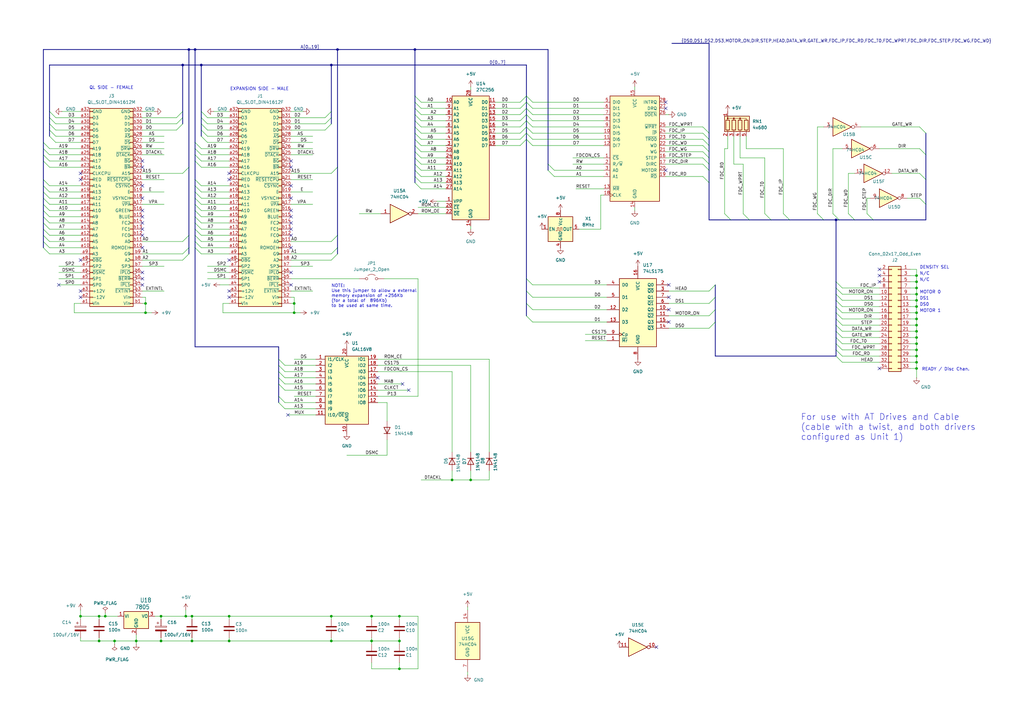
<source format=kicad_sch>
(kicad_sch (version 20231120) (generator "eeschema") (generator_version "8.0")
  (paper "A3")
  (title_block (title "Mini Trump Card 3") (date "2025-02-11") (rev "2.1") (company "by Alvaro Alea Fdz.") (comment 1 "Disk Interface for Sinclair QL"))
  (junction (at 59.69 128.27))
  (junction (at 138.43 20.32))
  (junction (at 375.92 133.35))
  (junction (at 66.04 252.73))
  (junction (at 375.92 128.27))
  (junction (at 120.65 124.46))
  (junction (at 74.93 26.67))
  (junction (at 375.92 125.73))
  (junction (at 375.92 151.13))
  (junction (at 375.92 148.59))
  (junction (at 33.02 252.73))
  (junction (at 375.92 130.81))
  (junction (at 375.92 146.05))
  (junction (at 40.64 262.89))
  (junction (at 152.4 262.89))
  (junction (at 40.64 252.73))
  (junction (at 55.88 262.89))
  (junction (at 43.18 252.73))
  (junction (at 185.42 196.85))
  (junction (at 78.74 252.73))
  (junction (at 46.99 262.89))
  (junction (at 163.83 274.32))
  (junction (at 93.98 252.73))
  (junction (at 135.89 252.73))
  (junction (at 375.92 115.57))
  (junction (at 375.92 123.19))
  (junction (at 59.69 124.46))
  (junction (at 66.04 262.89))
  (junction (at 135.89 262.89))
  (junction (at 375.92 140.97))
  (junction (at 375.92 135.89))
  (junction (at 375.92 113.03))
  (junction (at 375.92 143.51))
  (junction (at 375.92 138.43))
  (junction (at 152.4 252.73))
  (junction (at 170.18 20.32))
  (junction (at 120.65 128.27))
  (junction (at 82.55 26.67))
  (junction (at 135.89 26.67))
  (junction (at 78.74 262.89))
  (junction (at 375.92 118.11))
  (junction (at 163.83 262.89))
  (junction (at 77.47 20.32))
  (junction (at 76.2 252.73))
  (junction (at 163.83 252.73))
  (junction (at 193.04 196.85))
  (junction (at 375.92 120.65))
  (junction (at 93.98 262.89))
  (junction (at 80.01 20.32))
  (junction (at 342.9 90.17))
  (no_connect (at 58.42 91.44))
  (no_connect (at 93.98 71.12))
  (no_connect (at 93.98 106.68))
  (no_connect (at 119.38 66.04))
  (no_connect (at 119.38 68.58))
  (no_connect (at 119.38 91.44))
  (no_connect (at 119.38 93.98))
  (no_connect (at 119.38 96.52))
  (no_connect (at 119.38 101.6))
  (no_connect (at 119.38 111.76))
  (no_connect (at 119.38 116.84))
  (no_connect (at 58.42 93.98))
  (no_connect (at 58.42 116.84))
  (no_connect (at 58.42 111.76))
  (no_connect (at 273.05 69.85))
  (no_connect (at 58.42 114.3))
  (no_connect (at 93.98 119.38))
  (no_connect (at 93.98 121.92))
  (no_connect (at 165.1 157.48))
  (no_connect (at 273.05 44.45))
  (no_connect (at 360.68 110.49))
  (no_connect (at 24.13 116.84))
  (no_connect (at 58.42 86.36))
  (no_connect (at 167.64 160.02))
  (no_connect (at 360.68 113.03))
  (no_connect (at 273.05 41.91))
  (no_connect (at 58.42 68.58))
  (no_connect (at 33.02 119.38))
  (no_connect (at 154.94 154.94))
  (no_connect (at 58.42 66.04))
  (no_connect (at 118.11 170.18))
  (no_connect (at 33.02 106.68))
  (no_connect (at 33.02 71.12))
  (no_connect (at 58.42 88.9))
  (no_connect (at 33.02 121.92))
  (no_connect (at 58.42 96.52))
  (no_connect (at 274.32 127))
  (no_connect (at 274.32 132.08))
  (no_connect (at 274.32 121.92))
  (no_connect (at 274.32 116.84))
  (no_connect (at 58.42 101.6))
  (no_connect (at 33.02 73.66))
  (no_connect (at 360.68 115.57))
  (no_connect (at 58.42 81.28))
  (no_connect (at 360.68 151.13))
  (no_connect (at 58.42 76.2))
  (no_connect (at 269.24 265.43))
  (no_connect (at 93.98 73.66))
  (no_connect (at 119.38 76.2))
  (no_connect (at 119.38 81.28))
  (no_connect (at 119.38 86.36))
  (no_connect (at 119.38 88.9))
  (bus_entry (at 215.9 46.99) (size -2.54 2.54))
  (bus_entry (at 138.43 104.14) (size -2.54 2.54))
  (bus_entry (at 224.79 69.85) (size 2.54 2.54))
  (bus_entry (at 17.78 93.98) (size 2.54 2.54))
  (bus_entry (at 17.78 63.5) (size 2.54 2.54))
  (bus_entry (at 80.01 88.9) (size 2.54 2.54))
  (bus_entry (at 170.18 52.07) (size 2.54 2.54))
  (bus_entry (at 80.01 83.82) (size 2.54 2.54))
  (bus_entry (at 215.9 52.07) (size 2.54 2.54))
  (bus_entry (at 138.43 101.6) (size -2.54 2.54))
  (bus_entry (at 215.9 124.46) (size 2.54 2.54))
  (bus_entry (at 170.18 59.69) (size 2.54 2.54))
  (bus_entry (at 82.55 50.8) (size 2.54 2.54))
  (bus_entry (at 17.78 58.42) (size 2.54 2.54))
  (bus_entry (at 215.9 119.38) (size 2.54 2.54))
  (bus_entry (at 80.01 99.06) (size 2.54 2.54))
  (bus_entry (at 17.78 60.96) (size 2.54 2.54))
  (bus_entry (at 215.9 39.37) (size -2.54 2.54))
  (bus_entry (at 17.78 81.28) (size 2.54 2.54))
  (bus_entry (at 170.18 41.91) (size 2.54 2.54))
  (bus_entry (at 82.55 53.34) (size 2.54 2.54))
  (bus_entry (at 80.01 96.52) (size 2.54 2.54))
  (bus_entry (at 215.9 46.99) (size 2.54 2.54))
  (bus_entry (at 80.01 101.6) (size 2.54 2.54))
  (bus_entry (at 170.18 69.85) (size 2.54 2.54))
  (bus_entry (at 170.18 46.99) (size 2.54 2.54))
  (bus_entry (at 335.28 87.63) (size 2.54 2.54))
  (bus_entry (at 347.98 87.63) (size 2.54 2.54))
  (bus_entry (at 341.63 87.63) (size 2.54 2.54))
  (bus_entry (at 377.19 52.07) (size 2.54 2.54))
  (bus_entry (at 377.19 81.28) (size 2.54 2.54))
  (bus_entry (at 355.6 87.63) (size 2.54 2.54))
  (bus_entry (at 377.19 71.12) (size 2.54 2.54))
  (bus_entry (at 377.19 60.96) (size 2.54 2.54))
  (bus_entry (at 215.9 41.91) (size 2.54 2.54))
  (bus_entry (at 77.47 96.52) (size -2.54 2.54))
  (bus_entry (at 170.18 49.53) (size 2.54 2.54))
  (bus_entry (at 82.55 48.26) (size 2.54 2.54))
  (bus_entry (at 170.18 39.37) (size 2.54 2.54))
  (bus_entry (at 17.78 78.74) (size 2.54 2.54))
  (bus_entry (at 77.47 101.6) (size -2.54 2.54))
  (bus_entry (at 20.32 48.26) (size 2.54 2.54))
  (bus_entry (at 80.01 76.2) (size 2.54 2.54))
  (bus_entry (at 82.55 55.88) (size 2.54 2.54))
  (bus_entry (at 82.55 45.72) (size 2.54 2.54))
  (bus_entry (at 135.89 45.72) (size -2.54 2.54))
  (bus_entry (at 114.3 147.32) (size 2.54 2.54))
  (bus_entry (at 17.78 88.9) (size 2.54 2.54))
  (bus_entry (at 17.78 91.44) (size 2.54 2.54))
  (bus_entry (at 17.78 99.06) (size 2.54 2.54))
  (bus_entry (at 80.01 58.42) (size 2.54 2.54))
  (bus_entry (at 74.93 50.8) (size -2.54 2.54))
  (bus_entry (at 304.8 87.63) (size 2.54 2.54))
  (bus_entry (at 342.9 120.65) (size 2.54 2.54))
  (bus_entry (at 342.9 118.11) (size 2.54 2.54))
  (bus_entry (at 342.9 140.97) (size 2.54 2.54))
  (bus_entry (at 342.9 143.51) (size 2.54 2.54))
  (bus_entry (at 342.9 135.89) (size 2.54 2.54))
  (bus_entry (at 342.9 138.43) (size 2.54 2.54))
  (bus_entry (at 342.9 125.73) (size 2.54 2.54))
  (bus_entry (at 342.9 133.35) (size 2.54 2.54))
  (bus_entry (at 342.9 130.81) (size 2.54 2.54))
  (bus_entry (at 342.9 128.27) (size 2.54 2.54))
  (bus_entry (at 342.9 146.05) (size 2.54 2.54))
  (bus_entry (at 342.9 115.57) (size 2.54 2.54))
  (bus_entry (at 342.9 123.19) (size 2.54 2.54))
  (bus_entry (at 215.9 52.07) (size -2.54 2.54))
  (bus_entry (at 170.18 54.61) (size 2.54 2.54))
  (bus_entry (at 215.9 41.91) (size -2.54 2.54))
  (bus_entry (at 224.79 67.31) (size 2.54 2.54))
  (bus_entry (at 80.01 93.98) (size 2.54 2.54))
  (bus_entry (at 80.01 73.66) (size 2.54 2.54))
  (bus_entry (at 215.9 114.3) (size 2.54 2.54))
  (bus_entry (at 80.01 86.36) (size 2.54 2.54))
  (bus_entry (at 114.3 157.48) (size 2.54 2.54))
  (bus_entry (at 288.29 67.31) (size 2.54 2.54))
  (bus_entry (at 215.9 39.37) (size 2.54 2.54))
  (bus_entry (at 138.43 96.52) (size -2.54 2.54))
  (bus_entry (at 74.93 48.26) (size -2.54 2.54))
  (bus_entry (at 215.9 49.53) (size -2.54 2.54))
  (bus_entry (at 215.9 57.15) (size 2.54 2.54))
  (bus_entry (at 215.9 57.15) (size -2.54 2.54))
  (bus_entry (at 20.32 45.72) (size 2.54 2.54))
  (bus_entry (at 17.78 86.36) (size 2.54 2.54))
  (bus_entry (at 138.43 68.58) (size -2.54 2.54))
  (bus_entry (at 321.31 87.63) (size 2.54 2.54))
  (bus_entry (at 215.9 129.54) (size 2.54 2.54))
  (bus_entry (at 80.01 81.28) (size 2.54 2.54))
  (bus_entry (at 80.01 78.74) (size 2.54 2.54))
  (bus_entry (at 215.9 44.45) (size -2.54 2.54))
  (bus_entry (at 114.3 154.94) (size 2.54 2.54))
  (bus_entry (at 114.3 152.4) (size 2.54 2.54))
  (bus_entry (at 215.9 54.61) (size 2.54 2.54))
  (bus_entry (at 170.18 72.39) (size 2.54 2.54))
  (bus_entry (at 170.18 64.77) (size 2.54 2.54))
  (bus_entry (at 215.9 49.53) (size 2.54 2.54))
  (bus_entry (at 77.47 104.14) (size -2.54 2.54))
  (bus_entry (at 170.18 57.15) (size 2.54 2.54))
  (bus_entry (at 114.3 149.86) (size 2.54 2.54))
  (bus_entry (at 77.47 68.58) (size -2.54 2.54))
  (bus_entry (at 290.83 134.62) (size 2.54 -2.54))
  (bus_entry (at 290.83 129.54) (size 2.54 -2.54))
  (bus_entry (at 290.83 124.46) (size 2.54 -2.54))
  (bus_entry (at 290.83 119.38) (size 2.54 -2.54))
  (bus_entry (at 80.01 63.5) (size 2.54 2.54))
  (bus_entry (at 135.89 50.8) (size -2.54 2.54))
  (bus_entry (at 80.01 91.44) (size 2.54 2.54))
  (bus_entry (at 170.18 74.93) (size 2.54 2.54))
  (bus_entry (at 17.78 73.66) (size 2.54 2.54))
  (bus_entry (at 20.32 55.88) (size 2.54 2.54))
  (bus_entry (at 288.29 72.39) (size 2.54 2.54))
  (bus_entry (at 288.29 64.77) (size 2.54 2.54))
  (bus_entry (at 288.29 54.61) (size 2.54 2.54))
  (bus_entry (at 288.29 57.15) (size 2.54 2.54))
  (bus_entry (at 288.29 59.69) (size 2.54 2.54))
  (bus_entry (at 288.29 62.23) (size 2.54 2.54))
  (bus_entry (at 288.29 52.07) (size 2.54 2.54))
  (bus_entry (at 80.01 66.04) (size 2.54 2.54))
  (bus_entry (at 215.9 44.45) (size 2.54 2.54))
  (bus_entry (at 215.9 54.61) (size -2.54 2.54))
  (bus_entry (at 170.18 67.31) (size 2.54 2.54))
  (bus_entry (at 17.78 101.6) (size 2.54 2.54))
  (bus_entry (at 74.93 45.72) (size -2.54 2.54))
  (bus_entry (at 17.78 66.04) (size 2.54 2.54))
  (bus_entry (at 17.78 76.2) (size 2.54 2.54))
  (bus_entry (at 135.89 48.26) (size -2.54 2.54))
  (bus_entry (at 17.78 96.52) (size 2.54 2.54))
  (bus_entry (at 297.18 87.63) (size 2.54 2.54))
  (bus_entry (at 313.69 87.63) (size 2.54 2.54))
  (bus_entry (at 80.01 60.96) (size 2.54 2.54))
  (bus_entry (at 170.18 62.23) (size 2.54 2.54))
  (bus_entry (at 20.32 50.8) (size 2.54 2.54))
  (bus_entry (at 114.3 165.1) (size 2.54 2.54))
  (bus_entry (at 20.32 53.34) (size 2.54 2.54))
  (bus_entry (at 170.18 44.45) (size 2.54 2.54))
  (bus_entry (at 17.78 83.82) (size 2.54 2.54))
  (bus_entry (at 114.3 162.56) (size 2.54 2.54))
  (wire (pts (xy 356.87 81.28) (xy 355.6 81.28)))
  (bus (pts (xy 379.73 83.82) (xy 379.73 90.17)))
  (wire (pts (xy 58.42 45.72) (xy 63.5 45.72)))
  (wire (pts (xy 116.84 149.86) (xy 129.54 149.86)))
  (bus (pts (xy 170.18 64.77) (xy 170.18 67.31)))
  (wire (pts (xy 218.44 41.91) (xy 247.65 41.91)))
  (wire (pts (xy 373.38 115.57) (xy 375.92 115.57)))
  (bus (pts (xy 80.01 88.9) (xy 80.01 91.44)))
  (bus (pts (xy 342.9 130.81) (xy 342.9 128.27)))
  (wire (pts (xy 365.76 71.12) (xy 377.19 71.12)))
  (bus (pts (xy 135.89 45.72) (xy 135.89 48.26)))
  (wire (pts (xy 200.66 147.32) (xy 200.66 185.42)))
  (wire (pts (xy 119.38 106.68) (xy 135.89 106.68)))
  (wire (pts (xy 43.18 252.73) (xy 48.26 252.73)))
  (wire (pts (xy 46.99 262.89) (xy 55.88 262.89)))
  (wire (pts (xy 203.2 41.91) (xy 213.36 41.91)))
  (wire (pts (xy 76.2 252.73) (xy 78.74 252.73)))
  (wire (pts (xy 82.55 91.44) (xy 93.98 91.44)))
  (bus (pts (xy 170.18 72.39) (xy 170.18 74.93)))
  (wire (pts (xy 375.92 143.51) (xy 375.92 146.05)))
  (wire (pts (xy 218.44 57.15) (xy 247.65 57.15)))
  (bus (pts (xy 80.01 81.28) (xy 80.01 83.82)))
  (wire (pts (xy 373.38 148.59) (xy 375.92 148.59)))
  (wire (pts (xy 355.6 81.28) (xy 355.6 87.63)))
  (bus (pts (xy 17.78 83.82) (xy 17.78 86.36)))
  (wire (pts (xy 24.13 114.3) (xy 33.02 114.3)))
  (wire (pts (xy 119.38 50.8) (xy 133.35 50.8)))
  (wire (pts (xy 172.72 52.07) (xy 182.88 52.07)))
  (wire (pts (xy 152.4 252.73) (xy 152.4 254)))
  (bus (pts (xy 344.17 90.17) (xy 350.52 90.17)))
  (bus (pts (xy 17.78 63.5) (xy 17.78 66.04)))
  (wire (pts (xy 345.44 135.89) (xy 360.68 135.89)))
  (wire (pts (xy 120.65 162.56) (xy 129.54 162.56)))
  (wire (pts (xy 303.53 64.77) (xy 313.69 64.77)))
  (wire (pts (xy 66.04 261.62) (xy 66.04 262.89)))
  (bus (pts (xy 170.18 46.99) (xy 170.18 49.53)))
  (wire (pts (xy 76.2 252.73) (xy 76.2 250.19)))
  (bus (pts (xy 80.01 58.42) (xy 80.01 60.96)))
  (wire (pts (xy 273.05 64.77) (xy 288.29 64.77)))
  (wire (pts (xy 147.32 87.63) (xy 156.21 87.63)))
  (wire (pts (xy 20.32 76.2) (xy 33.02 76.2)))
  (bus (pts (xy 80.01 142.24) (xy 80.01 101.6)))
  (bus (pts (xy 224.79 20.32) (xy 224.79 67.31)))
  (wire (pts (xy 40.64 252.73) (xy 33.02 252.73)))
  (wire (pts (xy 172.72 62.23) (xy 182.88 62.23)))
  (wire (pts (xy 193.04 196.85) (xy 200.66 196.85)))
  (bus (pts (xy 17.78 93.98) (xy 17.78 96.52)))
  (wire (pts (xy 260.35 85.09) (xy 260.35 86.36)))
  (wire (pts (xy 154.94 157.48) (xy 165.1 157.48)))
  (wire (pts (xy 82.55 88.9) (xy 93.98 88.9)))
  (bus (pts (xy 170.18 20.32) (xy 170.18 39.37)))
  (bus (pts (xy 114.3 165.1) (xy 114.3 162.56)))
  (wire (pts (xy 218.44 52.07) (xy 247.65 52.07)))
  (wire (pts (xy 163.83 252.73) (xy 171.45 252.73)))
  (wire (pts (xy 179.07 82.55) (xy 182.88 82.55)))
  (bus (pts (xy 290.83 64.77) (xy 290.83 67.31)))
  (wire (pts (xy 172.72 46.99) (xy 182.88 46.99)))
  (wire (pts (xy 58.42 58.42) (xy 67.31 58.42)))
  (wire (pts (xy 58.42 55.88) (xy 67.31 55.88)))
  (wire (pts (xy 203.2 54.61) (xy 213.36 54.61)))
  (wire (pts (xy 273.05 62.23) (xy 288.29 62.23)))
  (wire (pts (xy 85.09 58.42) (xy 93.98 58.42)))
  (bus (pts (xy 138.43 20.32) (xy 138.43 68.58)))
  (wire (pts (xy 172.72 64.77) (xy 182.88 64.77)))
  (wire (pts (xy 154.94 152.4) (xy 185.42 152.4)))
  (bus (pts (xy 17.78 96.52) (xy 17.78 99.06)))
  (wire (pts (xy 185.42 152.4) (xy 185.42 185.42)))
  (wire (pts (xy 46.99 262.89) (xy 46.99 264.16)))
  (wire (pts (xy 163.83 271.78) (xy 163.83 274.32)))
  (bus (pts (xy 80.01 73.66) (xy 80.01 76.2)))
  (wire (pts (xy 119.38 104.14) (xy 135.89 104.14)))
  (wire (pts (xy 337.82 52.07) (xy 335.28 52.07)))
  (bus (pts (xy 342.9 128.27) (xy 342.9 125.73)))
  (wire (pts (xy 116.84 160.02) (xy 129.54 160.02)))
  (wire (pts (xy 119.38 58.42) (xy 128.27 58.42)))
  (wire (pts (xy 93.98 252.73) (xy 93.98 254)))
  (bus (pts (xy 290.83 59.69) (xy 290.83 62.23)))
  (wire (pts (xy 313.69 64.77) (xy 313.69 87.63)))
  (bus (pts (xy 170.18 59.69) (xy 170.18 62.23)))
  (wire (pts (xy 58.42 124.46) (xy 59.69 124.46)))
  (bus (pts (xy 82.55 26.67) (xy 82.55 45.72)))
  (wire (pts (xy 119.38 55.88) (xy 128.27 55.88)))
  (wire (pts (xy 375.92 135.89) (xy 375.92 133.35)))
  (wire (pts (xy 20.32 91.44) (xy 33.02 91.44)))
  (bus (pts (xy 342.9 138.43) (xy 342.9 135.89)))
  (wire (pts (xy 20.32 78.74) (xy 33.02 78.74)))
  (wire (pts (xy 345.44 125.73) (xy 360.68 125.73)))
  (bus (pts (xy 114.3 157.48) (xy 114.3 154.94)))
  (wire (pts (xy 163.83 262.89) (xy 163.83 264.16)))
  (wire (pts (xy 58.42 71.12) (xy 74.93 71.12)))
  (bus (pts (xy 215.9 114.3) (xy 215.9 119.38)))
  (wire (pts (xy 203.2 44.45) (xy 213.36 44.45)))
  (wire (pts (xy 119.38 53.34) (xy 133.35 53.34)))
  (wire (pts (xy 373.38 130.81) (xy 375.92 130.81)))
  (wire (pts (xy 85.09 48.26) (xy 93.98 48.26)))
  (wire (pts (xy 119.38 99.06) (xy 135.89 99.06)))
  (bus (pts (xy 215.9 44.45) (xy 215.9 46.99)))
  (wire (pts (xy 58.42 106.68) (xy 74.93 106.68)))
  (wire (pts (xy 218.44 46.99) (xy 247.65 46.99)))
  (wire (pts (xy 375.92 146.05) (xy 375.92 148.59)))
  (wire (pts (xy 135.89 252.73) (xy 152.4 252.73)))
  (wire (pts (xy 85.09 114.3) (xy 93.98 114.3)))
  (wire (pts (xy 373.38 140.97) (xy 375.92 140.97)))
  (wire (pts (xy 82.55 60.96) (xy 93.98 60.96)))
  (wire (pts (xy 119.38 109.22) (xy 128.27 109.22)))
  (wire (pts (xy 345.44 146.05) (xy 360.68 146.05)))
  (wire (pts (xy 152.4 271.78) (xy 152.4 274.32)))
  (wire (pts (xy 240.03 137.16) (xy 248.92 137.16)))
  (wire (pts (xy 274.32 129.54) (xy 290.83 129.54)))
  (bus (pts (xy 293.37 116.84) (xy 293.37 121.92)))
  (wire (pts (xy 345.44 128.27) (xy 360.68 128.27)))
  (wire (pts (xy 298.45 60.96) (xy 297.18 60.96)))
  (wire (pts (xy 58.42 104.14) (xy 74.93 104.14)))
  (wire (pts (xy 82.55 99.06) (xy 93.98 99.06)))
  (bus (pts (xy 293.37 121.92) (xy 293.37 127)))
  (wire (pts (xy 118.11 170.18) (xy 129.54 170.18)))
  (wire (pts (xy 59.69 124.46) (xy 59.69 121.92)))
  (bus (pts (xy 114.3 142.24) (xy 80.01 142.24)))
  (wire (pts (xy 135.89 252.73) (xy 135.89 254)))
  (wire (pts (xy 172.72 69.85) (xy 182.88 69.85)))
  (wire (pts (xy 345.44 133.35) (xy 360.68 133.35)))
  (bus (pts (xy 74.93 26.67) (xy 74.93 45.72)))
  (wire (pts (xy 20.32 88.9) (xy 33.02 88.9)))
  (wire (pts (xy 33.02 261.62) (xy 33.02 262.89)))
  (wire (pts (xy 33.02 124.46) (xy 30.48 124.46)))
  (bus (pts (xy 114.3 149.86) (xy 114.3 147.32)))
  (wire (pts (xy 375.92 113.03) (xy 375.92 115.57)))
  (wire (pts (xy 20.32 86.36) (xy 33.02 86.36)))
  (wire (pts (xy 78.74 262.89) (xy 93.98 262.89)))
  (wire (pts (xy 66.04 252.73) (xy 76.2 252.73)))
  (wire (pts (xy 119.38 45.72) (xy 124.46 45.72)))
  (bus (pts (xy 344.17 90.17) (xy 342.9 90.17)))
  (bus (pts (xy 138.43 101.6) (xy 138.43 104.14)))
  (bus (pts (xy 82.55 53.34) (xy 82.55 55.88)))
  (wire (pts (xy 341.63 60.96) (xy 341.63 87.63)))
  (wire (pts (xy 154.94 149.86) (xy 193.04 149.86)))
  (wire (pts (xy 120.65 128.27) (xy 123.19 128.27)))
  (bus (pts (xy 17.78 88.9) (xy 17.78 91.44)))
  (wire (pts (xy 43.18 251.46) (xy 43.18 252.73)))
  (bus (pts (xy 82.55 50.8) (xy 82.55 53.34)))
  (wire (pts (xy 119.38 119.38) (xy 128.27 119.38)))
  (wire (pts (xy 345.44 130.81) (xy 360.68 130.81)))
  (wire (pts (xy 82.55 76.2) (xy 93.98 76.2)))
  (wire (pts (xy 20.32 96.52) (xy 33.02 96.52)))
  (wire (pts (xy 119.38 78.74) (xy 128.27 78.74)))
  (bus (pts (xy 290.83 67.31) (xy 290.83 69.85)))
  (wire (pts (xy 172.72 44.45) (xy 182.88 44.45)))
  (wire (pts (xy 203.2 52.07) (xy 213.36 52.07)))
  (bus (pts (xy 215.9 41.91) (xy 215.9 44.45)))
  (wire (pts (xy 273.05 59.69) (xy 288.29 59.69)))
  (bus (pts (xy 299.72 90.17) (xy 307.34 90.17)))
  (wire (pts (xy 30.48 124.46) (xy 30.48 128.27)))
  (bus (pts (xy 224.79 67.31) (xy 224.79 69.85)))
  (bus (pts (xy 342.9 133.35) (xy 342.9 130.81)))
  (wire (pts (xy 298.45 55.88) (xy 298.45 60.96)))
  (wire (pts (xy 135.89 262.89) (xy 152.4 262.89)))
  (wire (pts (xy 78.74 261.62) (xy 78.74 262.89)))
  (wire (pts (xy 203.2 46.99) (xy 213.36 46.99)))
  (wire (pts (xy 300.99 55.88) (xy 300.99 67.31)))
  (wire (pts (xy 119.38 124.46) (xy 120.65 124.46)))
  (bus (pts (xy 307.34 90.17) (xy 316.23 90.17)))
  (wire (pts (xy 373.38 118.11) (xy 375.92 118.11)))
  (wire (pts (xy 116.84 154.94) (xy 129.54 154.94)))
  (bus (pts (xy 170.18 69.85) (xy 170.18 72.39)))
  (bus (pts (xy 358.14 90.17) (xy 350.52 90.17)))
  (bus (pts (xy 135.89 26.67) (xy 135.89 45.72)))
  (wire (pts (xy 375.92 151.13) (xy 375.92 148.59)))
  (wire (pts (xy 40.64 252.73) (xy 40.64 254)))
  (wire (pts (xy 58.42 53.34) (xy 72.39 53.34)))
  (wire (pts (xy 274.32 134.62) (xy 290.83 134.62)))
  (wire (pts (xy 200.66 193.04) (xy 200.66 196.85)))
  (bus (pts (xy 224.79 20.32) (xy 170.18 20.32)))
  (wire (pts (xy 185.42 193.04) (xy 185.42 196.85)))
  (bus (pts (xy 138.43 96.52) (xy 138.43 101.6)))
  (wire (pts (xy 22.86 53.34) (xy 33.02 53.34)))
  (bus (pts (xy 17.78 20.32) (xy 77.47 20.32)))
  (wire (pts (xy 172.72 67.31) (xy 182.88 67.31)))
  (wire (pts (xy 40.64 261.62) (xy 40.64 262.89)))
  (wire (pts (xy 119.38 114.3) (xy 147.32 114.3)))
  (wire (pts (xy 341.63 60.96) (xy 345.44 60.96)))
  (bus (pts (xy 170.18 44.45) (xy 170.18 46.99)))
  (wire (pts (xy 85.09 53.34) (xy 93.98 53.34)))
  (bus (pts (xy 290.83 62.23) (xy 290.83 64.77)))
  (wire (pts (xy 119.38 73.66) (xy 128.27 73.66)))
  (wire (pts (xy 172.72 49.53) (xy 182.88 49.53)))
  (bus (pts (xy 80.01 60.96) (xy 80.01 63.5)))
  (wire (pts (xy 193.04 92.71) (xy 193.04 93.98)))
  (wire (pts (xy 185.42 196.85) (xy 193.04 196.85)))
  (wire (pts (xy 55.88 262.89) (xy 55.88 264.16)))
  (wire (pts (xy 82.55 83.82) (xy 93.98 83.82)))
  (wire (pts (xy 82.55 104.14) (xy 93.98 104.14)))
  (wire (pts (xy 158.75 180.34) (xy 158.75 186.69)))
  (bus (pts (xy 323.85 90.17) (xy 316.23 90.17)))
  (wire (pts (xy 246.38 80.01) (xy 247.65 80.01)))
  (wire (pts (xy 297.18 60.96) (xy 297.18 87.63)))
  (bus (pts (xy 77.47 20.32) (xy 77.47 68.58)))
  (wire (pts (xy 58.42 73.66) (xy 67.31 73.66)))
  (wire (pts (xy 191.77 275.59) (xy 191.77 276.86)))
  (bus (pts (xy 77.47 20.32) (xy 80.01 20.32)))
  (wire (pts (xy 246.38 93.98) (xy 246.38 80.01)))
  (wire (pts (xy 321.31 60.96) (xy 321.31 87.63)))
  (bus (pts (xy 337.82 90.17) (xy 323.85 90.17)))
  (wire (pts (xy 22.86 55.88) (xy 33.02 55.88)))
  (wire (pts (xy 288.29 67.31) (xy 273.05 67.31)))
  (wire (pts (xy 58.42 78.74) (xy 67.31 78.74)))
  (bus (pts (xy 215.9 49.53) (xy 215.9 52.07)))
  (bus (pts (xy 170.18 62.23) (xy 170.18 64.77)))
  (bus (pts (xy 342.9 143.51) (xy 342.9 140.97)))
  (wire (pts (xy 172.72 54.61) (xy 182.88 54.61)))
  (wire (pts (xy 303.53 55.88) (xy 303.53 64.77)))
  (wire (pts (xy 59.69 128.27) (xy 59.69 124.46)))
  (bus (pts (xy 215.9 124.46) (xy 215.9 119.38)))
  (wire (pts (xy 20.32 68.58) (xy 33.02 68.58)))
  (wire (pts (xy 63.5 252.73) (xy 66.04 252.73)))
  (wire (pts (xy 345.44 143.51) (xy 360.68 143.51)))
  (wire (pts (xy 22.86 50.8) (xy 33.02 50.8)))
  (wire (pts (xy 345.44 123.19) (xy 360.68 123.19)))
  (wire (pts (xy 90.17 116.84) (xy 93.98 116.84)))
  (wire (pts (xy 58.42 83.82) (xy 67.31 83.82)))
  (bus (pts (xy 170.18 49.53) (xy 170.18 52.07)))
  (wire (pts (xy 171.45 274.32) (xy 163.83 274.32)))
  (bus (pts (xy 215.9 39.37) (xy 215.9 41.91)))
  (wire (pts (xy 82.55 81.28) (xy 93.98 81.28)))
  (wire (pts (xy 172.72 77.47) (xy 182.88 77.47)))
  (wire (pts (xy 119.38 71.12) (xy 135.89 71.12)))
  (wire (pts (xy 375.92 138.43) (xy 375.92 135.89)))
  (wire (pts (xy 22.86 58.42) (xy 33.02 58.42)))
  (wire (pts (xy 234.95 67.31) (xy 247.65 67.31)))
  (wire (pts (xy 33.02 252.73) (xy 33.02 254)))
  (wire (pts (xy 182.88 85.09) (xy 171.45 85.09)))
  (wire (pts (xy 82.55 66.04) (xy 93.98 66.04)))
  (bus (pts (xy 80.01 91.44) (xy 80.01 93.98)))
  (bus (pts (xy 379.73 54.61) (xy 379.73 63.5)))
  (wire (pts (xy 91.44 124.46) (xy 91.44 128.27)))
  (wire (pts (xy 91.44 128.27) (xy 120.65 128.27)))
  (wire (pts (xy 93.98 124.46) (xy 91.44 124.46)))
  (wire (pts (xy 120.65 121.92) (xy 119.38 121.92)))
  (wire (pts (xy 120.65 124.46) (xy 120.65 121.92)))
  (wire (pts (xy 120.65 128.27) (xy 120.65 124.46)))
  (wire (pts (xy 300.99 67.31) (xy 304.8 67.31)))
  (wire (pts (xy 373.38 151.13) (xy 375.92 151.13)))
  (bus (pts (xy 379.73 63.5) (xy 379.73 73.66)))
  (wire (pts (xy 373.38 135.89) (xy 375.92 135.89)))
  (wire (pts (xy 171.45 114.3) (xy 171.45 162.56)))
  (wire (pts (xy 240.03 139.7) (xy 248.92 139.7)))
  (wire (pts (xy 193.04 149.86) (xy 193.04 185.42)))
  (wire (pts (xy 120.65 147.32) (xy 129.54 147.32)))
  (wire (pts (xy 234.95 64.77) (xy 247.65 64.77)))
  (wire (pts (xy 20.32 93.98) (xy 33.02 93.98)))
  (wire (pts (xy 345.44 138.43) (xy 360.68 138.43)))
  (bus (pts (xy 114.3 154.94) (xy 114.3 152.4)))
  (bus (pts (xy 17.78 78.74) (xy 17.78 81.28)))
  (wire (pts (xy 375.92 115.57) (xy 375.92 118.11)))
  (wire (pts (xy 345.44 148.59) (xy 360.68 148.59)))
  (bus (pts (xy 114.3 147.32) (xy 114.3 142.24)))
  (wire (pts (xy 172.72 57.15) (xy 182.88 57.15)))
  (wire (pts (xy 82.55 78.74) (xy 93.98 78.74)))
  (wire (pts (xy 55.88 262.89) (xy 66.04 262.89)))
  (wire (pts (xy 273.05 54.61) (xy 288.29 54.61)))
  (wire (pts (xy 154.94 147.32) (xy 200.66 147.32)))
  (wire (pts (xy 24.13 111.76) (xy 33.02 111.76)))
  (wire (pts (xy 172.72 41.91) (xy 182.88 41.91)))
  (wire (pts (xy 273.05 52.07) (xy 288.29 52.07)))
  (bus (pts (xy 17.78 86.36) (xy 17.78 88.9)))
  (wire (pts (xy 375.92 110.49) (xy 375.92 113.03)))
  (wire (pts (xy 30.48 128.27) (xy 59.69 128.27)))
  (wire (pts (xy 375.92 118.11) (xy 375.92 120.65)))
  (bus (pts (xy 80.01 66.04) (xy 80.01 73.66)))
  (wire (pts (xy 347.98 71.12) (xy 347.98 87.63)))
  (wire (pts (xy 152.4 261.62) (xy 152.4 262.89)))
  (wire (pts (xy 373.38 128.27) (xy 375.92 128.27)))
  (bus (pts (xy 17.78 81.28) (xy 17.78 83.82)))
  (wire (pts (xy 116.84 152.4) (xy 129.54 152.4)))
  (bus (pts (xy 135.89 48.26) (xy 135.89 50.8)))
  (bus (pts (xy 74.93 45.72) (xy 74.93 48.26)))
  (bus (pts (xy 80.01 76.2) (xy 80.01 78.74)))
  (wire (pts (xy 142.24 186.69) (xy 158.75 186.69)))
  (bus (pts (xy 20.32 50.8) (xy 20.32 53.34)))
  (wire (pts (xy 274.32 119.38) (xy 290.83 119.38)))
  (wire (pts (xy 58.42 63.5) (xy 67.31 63.5)))
  (wire (pts (xy 58.42 119.38) (xy 67.31 119.38)))
  (wire (pts (xy 116.84 167.64) (xy 129.54 167.64)))
  (wire (pts (xy 248.92 121.92) (xy 218.44 121.92)))
  (bus (pts (xy 290.83 69.85) (xy 290.83 74.93)))
  (wire (pts (xy 171.45 114.3) (xy 157.48 114.3)))
  (wire (pts (xy 373.38 138.43) (xy 375.92 138.43)))
  (bus (pts (xy 80.01 63.5) (xy 80.01 66.04)))
  (wire (pts (xy 119.38 60.96) (xy 128.27 60.96)))
  (wire (pts (xy 288.29 57.15) (xy 273.05 57.15)))
  (wire (pts (xy 172.72 72.39) (xy 182.88 72.39)))
  (wire (pts (xy 172.72 74.93) (xy 182.88 74.93)))
  (bus (pts (xy 17.78 73.66) (xy 17.78 76.2)))
  (wire (pts (xy 116.84 157.48) (xy 129.54 157.48)))
  (bus (pts (xy 17.78 60.96) (xy 17.78 63.5)))
  (wire (pts (xy 227.33 72.39) (xy 247.65 72.39)))
  (wire (pts (xy 154.94 162.56) (xy 171.45 162.56)))
  (bus (pts (xy 80.01 78.74) (xy 80.01 81.28)))
  (bus (pts (xy 293.37 146.05) (xy 293.37 132.08)))
  (bus (pts (xy 82.55 45.72) (xy 82.55 48.26)))
  (bus (pts (xy 342.9 90.17) (xy 337.82 90.17)))
  (wire (pts (xy 306.07 55.88) (xy 306.07 60.96)))
  (wire (pts (xy 22.86 48.26) (xy 33.02 48.26)))
  (wire (pts (xy 20.32 104.14) (xy 33.02 104.14)))
  (wire (pts (xy 82.55 93.98) (xy 93.98 93.98)))
  (wire (pts (xy 152.4 252.73) (xy 163.83 252.73)))
  (wire (pts (xy 85.09 111.76) (xy 93.98 111.76)))
  (wire (pts (xy 372.11 81.28) (xy 377.19 81.28)))
  (wire (pts (xy 154.94 160.02) (xy 167.64 160.02)))
  (wire (pts (xy 33.02 250.19) (xy 33.02 252.73)))
  (bus (pts (xy 290.83 54.61) (xy 290.83 57.15)))
  (wire (pts (xy 375.92 140.97) (xy 375.92 143.51)))
  (bus (pts (xy 77.47 96.52) (xy 77.47 101.6)))
  (bus (pts (xy 215.9 57.15) (xy 215.9 114.3)))
  (bus (pts (xy 80.01 20.32) (xy 138.43 20.32)))
  (wire (pts (xy 82.55 96.52) (xy 93.98 96.52)))
  (bus (pts (xy 342.9 118.11) (xy 342.9 115.57)))
  (bus (pts (xy 342.9 120.65) (xy 342.9 118.11)))
  (wire (pts (xy 373.38 123.19) (xy 375.92 123.19)))
  (wire (pts (xy 58.42 48.26) (xy 72.39 48.26)))
  (bus (pts (xy 290.83 57.15) (xy 290.83 59.69)))
  (wire (pts (xy 66.04 262.89) (xy 78.74 262.89)))
  (bus (pts (xy 82.55 26.67) (xy 135.89 26.67)))
  (wire (pts (xy 375.92 130.81) (xy 375.92 128.27)))
  (wire (pts (xy 304.8 67.31) (xy 304.8 87.63)))
  (wire (pts (xy 158.75 165.1) (xy 154.94 165.1)))
  (wire (pts (xy 373.38 125.73) (xy 375.92 125.73)))
  (wire (pts (xy 274.32 124.46) (xy 290.83 124.46)))
  (wire (pts (xy 345.44 140.97) (xy 360.68 140.97)))
  (wire (pts (xy 191.77 248.92) (xy 191.77 250.19)))
  (wire (pts (xy 353.06 52.07) (xy 377.19 52.07)))
  (bus (pts (xy 138.43 20.32) (xy 170.18 20.32)))
  (wire (pts (xy 375.92 128.27) (xy 375.92 125.73)))
  (wire (pts (xy 237.49 93.98) (xy 246.38 93.98)))
  (wire (pts (xy 248.92 116.84) (xy 218.44 116.84)))
  (bus (pts (xy 215.9 54.61) (xy 215.9 57.15)))
  (wire (pts (xy 375.92 151.13) (xy 375.92 154.94)))
  (bus (pts (xy 293.37 127) (xy 293.37 132.08)))
  (bus (pts (xy 290.83 90.17) (xy 299.72 90.17)))
  (wire (pts (xy 373.38 143.51) (xy 375.92 143.51)))
  (wire (pts (xy 58.42 99.06) (xy 74.93 99.06)))
  (wire (pts (xy 273.05 46.99) (xy 274.32 46.99)))
  (wire (pts (xy 248.92 127) (xy 218.44 127)))
  (wire (pts (xy 58.42 50.8) (xy 72.39 50.8)))
  (bus (pts (xy 80.01 99.06) (xy 80.01 101.6)))
  (bus (pts (xy 379.73 90.17) (xy 358.14 90.17)))
  (wire (pts (xy 203.2 57.15) (xy 213.36 57.15)))
  (wire (pts (xy 163.83 274.32) (xy 152.4 274.32)))
  (wire (pts (xy 40.64 262.89) (xy 46.99 262.89)))
  (bus (pts (xy 20.32 26.67) (xy 20.32 45.72)))
  (wire (pts (xy 87.63 45.72) (xy 93.98 45.72)))
  (bus (pts (xy 170.18 57.15) (xy 170.18 59.69)))
  (bus (pts (xy 215.9 52.07) (xy 215.9 54.61)))
  (wire (pts (xy 82.55 86.36) (xy 93.98 86.36)))
  (bus (pts (xy 170.18 39.37) (xy 170.18 41.91)))
  (wire (pts (xy 78.74 252.73) (xy 93.98 252.73)))
  (bus (pts (xy 17.78 20.32) (xy 17.78 58.42)))
  (wire (pts (xy 218.44 54.61) (xy 247.65 54.61)))
  (wire (pts (xy 59.69 128.27) (xy 62.23 128.27)))
  (wire (pts (xy 203.2 49.53) (xy 213.36 49.53)))
  (wire (pts (xy 345.44 120.65) (xy 360.68 120.65)))
  (bus (pts (xy 215.9 26.67) (xy 215.9 39.37)))
  (bus (pts (xy 114.3 152.4) (xy 114.3 149.86)))
  (bus (pts (xy 342.9 90.17) (xy 342.9 115.57)))
  (wire (pts (xy 85.09 50.8) (xy 93.98 50.8)))
  (bus (pts (xy 17.78 99.06) (xy 17.78 101.6)))
  (bus (pts (xy 20.32 45.72) (xy 20.32 48.26)))
  (wire (pts (xy 171.45 87.63) (xy 182.88 87.63)))
  (bus (pts (xy 170.18 67.31) (xy 170.18 69.85)))
  (bus (pts (xy 275.59 17.78) (xy 290.83 17.78)))
  (wire (pts (xy 193.04 193.04) (xy 193.04 196.85)))
  (wire (pts (xy 218.44 49.53) (xy 247.65 49.53)))
  (bus (pts (xy 342.9 123.19) (xy 342.9 120.65)))
  (bus (pts (xy 77.47 101.6) (xy 77.47 104.14)))
  (bus (pts (xy 80.01 83.82) (xy 80.01 86.36)))
  (bus (pts (xy 290.83 17.78) (xy 290.83 54.61)))
  (wire (pts (xy 373.38 120.65) (xy 375.92 120.65)))
  (bus (pts (xy 20.32 26.67) (xy 74.93 26.67)))
  (bus (pts (xy 74.93 48.26) (xy 74.93 50.8)))
  (bus (pts (xy 17.78 58.42) (xy 17.78 60.96)))
  (wire (pts (xy 93.98 262.89) (xy 135.89 262.89)))
  (wire (pts (xy 172.72 59.69) (xy 182.88 59.69)))
  (wire (pts (xy 20.32 63.5) (xy 33.02 63.5)))
  (wire (pts (xy 20.32 81.28) (xy 33.02 81.28)))
  (wire (pts (xy 85.09 109.22) (xy 93.98 109.22)))
  (wire (pts (xy 20.32 99.06) (xy 33.02 99.06)))
  (wire (pts (xy 78.74 252.73) (xy 78.74 254)))
  (wire (pts (xy 193.04 35.56) (xy 193.04 36.83)))
  (bus (pts (xy 80.01 93.98) (xy 80.01 96.52)))
  (bus (pts (xy 17.78 91.44) (xy 17.78 93.98)))
  (wire (pts (xy 20.32 66.04) (xy 33.02 66.04)))
  (bus (pts (xy 342.9 146.05) (xy 342.9 143.51)))
  (wire (pts (xy 40.64 252.73) (xy 43.18 252.73)))
  (wire (pts (xy 375.92 140.97) (xy 375.92 138.43)))
  (wire (pts (xy 116.84 165.1) (xy 129.54 165.1)))
  (bus (pts (xy 80.01 96.52) (xy 80.01 99.06)))
  (bus (pts (xy 342.9 146.05) (xy 293.37 146.05)))
  (wire (pts (xy 218.44 59.69) (xy 247.65 59.69)))
  (wire (pts (xy 24.13 109.22) (xy 33.02 109.22)))
  (wire (pts (xy 58.42 109.22) (xy 67.31 109.22)))
  (wire (pts (xy 373.38 113.03) (xy 375.92 113.03)))
  (wire (pts (xy 360.68 60.96) (xy 377.19 60.96)))
  (bus (pts (xy 20.32 48.26) (xy 20.32 50.8)))
  (wire (pts (xy 375.92 133.35) (xy 375.92 130.81)))
  (wire (pts (xy 345.44 118.11) (xy 360.68 118.11)))
  (wire (pts (xy 82.55 63.5) (xy 93.98 63.5)))
  (bus (pts (xy 80.01 20.32) (xy 80.01 58.42)))
  (bus (pts (xy 82.55 48.26) (xy 82.55 50.8)))
  (wire (pts (xy 33.02 262.89) (xy 40.64 262.89)))
  (wire (pts (xy 375.92 123.19) (xy 375.92 125.73)))
  (wire (pts (xy 158.75 165.1) (xy 158.75 172.72)))
  (wire (pts (xy 248.92 132.08) (xy 218.44 132.08)))
  (wire (pts (xy 163.83 261.62) (xy 163.83 262.89)))
  (wire (pts (xy 203.2 59.69) (xy 213.36 59.69)))
  (wire (pts (xy 55.88 260.35) (xy 55.88 262.89)))
  (wire (pts (xy 93.98 252.73) (xy 135.89 252.73)))
  (wire (pts (xy 236.22 77.47) (xy 247.65 77.47)))
  (wire (pts (xy 347.98 71.12) (xy 350.52 71.12)))
  (bus (pts (xy 135.89 26.67) (xy 215.9 26.67)))
  (wire (pts (xy 172.72 196.85) (xy 185.42 196.85)))
  (wire (pts (xy 163.83 252.73) (xy 163.83 254)))
  (bus (pts (xy 215.9 46.99) (xy 215.9 49.53)))
  (wire (pts (xy 171.45 252.73) (xy 171.45 274.32)))
  (bus (pts (xy 80.01 86.36) (xy 80.01 88.9)))
  (wire (pts (xy 135.89 261.62) (xy 135.89 262.89)))
  (wire (pts (xy 335.28 52.07) (xy 335.28 87.63)))
  (wire (pts (xy 373.38 146.05) (xy 375.92 146.05)))
  (wire (pts (xy 375.92 120.65) (xy 375.92 123.19)))
  (wire (pts (xy 25.4 45.72) (xy 33.02 45.72)))
  (bus (pts (xy 77.47 68.58) (xy 77.47 96.52)))
  (bus (pts (xy 170.18 52.07) (xy 170.18 54.61)))
  (wire (pts (xy 218.44 44.45) (xy 247.65 44.45)))
  (wire (pts (xy 227.33 69.85) (xy 247.65 69.85)))
  (wire (pts (xy 152.4 262.89) (xy 163.83 262.89)))
  (bus (pts (xy 170.18 54.61) (xy 170.18 57.15)))
  (wire (pts (xy 20.32 83.82) (xy 33.02 83.82)))
  (wire (pts (xy 66.04 254) (xy 66.04 252.73)))
  (bus (pts (xy 17.78 76.2) (xy 17.78 78.74)))
  (bus (pts (xy 17.78 66.04) (xy 17.78 73.66)))
  (bus (pts (xy 170.18 41.91) (xy 170.18 44.45)))
  (wire (pts (xy 288.29 72.39) (xy 273.05 72.39)))
  (bus (pts (xy 342.9 125.73) (xy 342.9 123.19)))
  (wire (pts (xy 20.32 60.96) (xy 33.02 60.96)))
  (bus (pts (xy 20.32 53.34) (xy 20.32 55.88)))
  (wire (pts (xy 82.55 101.6) (xy 93.98 101.6)))
  (wire (pts (xy 24.13 116.84) (xy 33.02 116.84)))
  (wire (pts (xy 373.38 133.35) (xy 375.92 133.35)))
  (wire (pts (xy 119.38 83.82) (xy 128.27 83.82)))
  (bus (pts (xy 215.9 129.54) (xy 215.9 124.46)))
  (wire (pts (xy 93.98 261.62) (xy 93.98 262.89)))
  (wire (pts (xy 82.55 68.58) (xy 93.98 68.58)))
  (bus (pts (xy 342.9 135.89) (xy 342.9 133.35)))
  (wire (pts (xy 58.42 60.96) (xy 67.31 60.96)))
  (wire (pts (xy 260.35 35.56) (xy 260.35 36.83)))
  (wire (pts (xy 119.38 48.26) (xy 133.35 48.26)))
  (bus (pts (xy 74.93 26.67) (xy 82.55 26.67)))
  (wire (pts (xy 152.4 262.89) (xy 152.4 264.16)))
  (bus (pts (xy 138.43 68.58) (xy 138.43 96.52)))
  (wire (pts (xy 119.38 63.5) (xy 128.27 63.5)))
  (bus (pts (xy 114.3 162.56) (xy 114.3 157.48)))
  (bus (pts (xy 342.9 140.97) (xy 342.9 138.43)))
  (bus (pts (xy 290.83 90.17) (xy 290.83 74.93)))
  (bus (pts (xy 379.73 73.66) (xy 379.73 83.82)))
  (wire (pts (xy 59.69 121.92) (xy 58.42 121.92)))
  (wire (pts (xy 306.07 60.96) (xy 321.31 60.96)))
  (wire (pts (xy 20.32 101.6) (xy 33.02 101.6)))
  (wire (pts (xy 85.09 55.88) (xy 93.98 55.88)))
  (wire (pts (xy 373.38 110.49) (xy 375.92 110.49)))
  (text "QL SIDE - FEMALE" (at 45.72 36.068 0) (effects (font (size 1.27 1.27))))
  (text "NOTE:\nUse this jumper to allow a external \nmemory expansion of +256Kb \n(for a total of  896Kb)\nto be used at same time." (at 135.89 121.412 0) (effects (font (size 1.27 1.27)) (justify left)))
  (text "MOTOR 0 " (at 377.19 120.65 0) (effects (font (size 1.27 1.27)) (justify left bottom)))
  (text "DS0\n" (at 377.19 125.73 0) (effects (font (size 1.27 1.27)) (justify left bottom)))
  (text "DS1\n" (at 377.19 123.19 0) (effects (font (size 1.27 1.27)) (justify left bottom)))
  (text "READY / Disc Chan." (at 378.079 152.273 0) (effects (font (size 1.27 1.27)) (justify left bottom)))
  (text "MOTOR 1" (at 377.19 128.27 0) (effects (font (size 1.27 1.27)) (justify left bottom)))
  (text "N/C" (at 377.19 115.57 0) (effects (font (size 1.27 1.27)) (justify left bottom)))
  (text "For use with AT Drives and Cable\n(cable with a twist, and both drivers \nconfigured as Unit 1)" (at 328.422 180.848 0) (effects (font (size 2.54 2.54)) (justify left bottom)))
  (text "N/C" (at 377.19 113.03 0) (effects (font (size 1.27 1.27)) (justify left bottom)))
  (text "DENSITY SEL\n" (at 377.19 110.49 0) (effects (font (size 1.27 1.27)) (justify left bottom)))
  (text "EXPANSION SIDE - MALE" (at 106.426 36.576 0) (effects (font (size 1.27 1.27))))
  (label "A3" (at 24.13 104.14 0))
  (label "D4" (at 234.95 52.07 0))
  (label "DIR" (at 354.33 130.81 0))
  (label "D6" (at 27.94 55.88 0))
  (label "DSMC" (at 25.4 111.76 0))
  (label "D6" (at 88.9 55.88 0))
  (label "CLKCT" (at 157.48 160.02 0))
  (label "A15" (at 58.42 71.12 0))
  (label "A5" (at 85.09 99.06 0))
  (label "MUX" (at 120.65 170.18 0))
  (label "FDC_RD" (at 274.32 72.39 0))
  (label "D4" (at 205.74 52.07 0))
  (label "A0" (at 58.42 99.06 0))
  (label "A0" (at 175.26 41.91 0))
  (label "AS" (at 121.92 55.88 0))
  (label "A1" (at 58.42 104.14 0))
  (label "RW" (at 121.92 60.96 0))
  (label "DTACKL" (at 121.92 63.5 0))
  (label "FDCON_CS" (at 157.48 152.4 0))
  (label "DSMC" (at 87.63 111.76 0))
  (label "D4" (at 88.9 50.8 0))
  (label "D6" (at 205.74 57.15 0))
  (label "P13" (at 158.75 162.56 0))
  (label "RW" (at 59.69 60.96 0))
  (label "FDC_WPRT" (at 304.8 80.01 90))
  (label "MA8" (at 157.48 157.48 0))
  (label "A3" (at 85.09 104.14 0))
  (label "A15" (at 119.38 71.12 0))
  (label "A14" (at 85.09 76.2 0))
  (label "MOTOR_ON" (at 347.98 128.27 0))
  (label "RW" (at 236.22 67.31 0))
  (label "A16" (at 85.09 68.58 0))
  (label "A4" (at 24.13 101.6 0))
  (label "DS1" (at 354.33 123.19 0))
  (label "DIR" (at 368.3 60.96 0))
  (label "E" (at 123.19 78.74 0))
  (label "E" (at 60.96 78.74 0))
  (label "A11" (at 24.13 83.82 0))
  (label "A16" (at 120.65 157.48 0))
  (label "SP2" (at 26.67 109.22 0))
  (label "A4" (at 175.26 52.07 0))
  (label "D[0..7]" (at 200.66 26.67 0))
  (label "D3" (at 27.94 48.26 0))
  (label "FDC_IP" (at 359.41 118.11 180))
  (label "D1" (at 246.38 132.08 180))
  (label "FDC_T0" (at 313.69 81.28 90))
  (label "RESET" (at 242.57 139.7 0))
  (label "FDC_RD" (at 297.18 73.66 90))
  (label "DTACKL" (at 59.69 63.5 0))
  (label "D5" (at 234.95 54.61 0))
  (label "FDC_RD" (at 356.87 146.05 180))
  (label "EXTINTL" (at 120.65 119.38 0) (effects (font (size 1.2446 1.2446))))
  (label "A0" (at 236.22 69.85 0) (effects (font (size 1.2446 1.2446))))
  (label "RESET" (at 121.92 162.56 0))
  (label "D0" (at 205.74 41.91 0))
  (label "MOTOR_ON" (at 347.98 120.65 0))
  (label "EXTINTL" (at 59.69 119.38 0) (effects (font (size 1.2446 1.2446))))
  (label "DTACKL" (at 173.99 196.85 0))
  (label "D5" (at 27.94 53.34 0))
  (label "FDC_IP" (at 321.31 80.01 90))
  (label "A19" (at 24.13 60.96 0))
  (label "D1" (at 120.65 50.8 0))
  (label "GATE_WR" (at 349.25 138.43 0))
  (label "A16" (at 24.13 68.58 0))
  (label "SP3" (at 60.96 109.22 0))
  (label "A1" (at 119.38 104.14 0))
  (label "D3" (at 205.74 49.53 0))
  (label "A18" (at 85.09 63.5 0))
  (label "A14" (at 177.8 77.47 0))
  (label "ROM_CE" (at 157.48 147.32 0))
  (label "A18" (at 120.65 152.4 0))
  (label "A6" (at 85.09 96.52 0))
  (label "DSMC" (at 149.86 186.69 0))
  (label "SP1" (at 26.67 114.3 0))
  (label "D7" (at 234.95 59.69 0))
  (label "D5" (at 88.9 53.34 0))
  (label "VPA" (at 121.92 83.82 0))
  (label "D0" (at 59.69 53.34 0))
  (label "A9" (at 85.09 88.9 0))
  (label "A13" (at 177.8 74.93 0))
  (label "STEP" (at 373.38 81.28 0))
  (label "A8" (at 85.09 91.44 0))
  (label "A17" (at 85.09 66.04 0))
  (label "A12" (at 24.13 81.28 0))
  (label "HEAD" (at 276.86 119.38 0))
  (label "A10" (at 85.09 86.36 0))
  (label "A17" (at 24.13 66.04 0))
  (label "A10" (at 175.26 67.31 0))
  (label "FDC_WG" (at 274.32 62.23 0))
  (label "ROM_CE" (at 172.72 85.09 0))
  (label "A8" (at 176.53 62.23 0))
  (label "RW" (at 149.86 87.63 0))
  (label "A18" (at 24.13 63.5 0))
  (label "D2" (at 205.74 46.99 0))
  (label "DS0" (at 276.86 134.62 0))
  (label "D3" (at 246.38 116.84 180))
  (label "MOTOR_ON" (at 276.86 129.54 0))
  (label "A7" (at 24.13 93.98 0))
  (label "A13" (at 120.65 167.64 0))
  (label "D2" (at 120.65 48.26 0))
  (label "A10" (at 24.13 86.36 0))
  (label "SP3" (at 123.19 109.22 0))
  (label "FDC_WG" (at 335.28 86.36 90))
  (label "A1" (at 236.22 72.39 0) (effects (font (size 1.2446 1.2446))))
  (label "A11" (at 85.09 83.82 0))
  (label "VPA" (at 60.96 83.82 0))
  (label "A6" (at 175.26 57.15 0))
  (label "CS175" (at 242.57 137.16 0))
  (label "A2" (at 58.42 106.68 0))
  (label "AS" (at 60.96 55.88 0))
  (label "A8" (at 24.13 91.44 0))
  (label "D2" (at 59.69 48.26 0))
  (label "D6" (at 234.95 57.15 0))
  (label "DS" (at 60.96 58.42 0))
  (label "D7" (at 205.74 59.69 0))
  (label "DS0" (at 354.33 125.73 0))
  (label "A7" (at 85.09 93.98 0))
  (label "FDC_WPRT" (at 274.32 52.07 0))
  (label "A1" (at 175.26 44.45 0))
  (label "A7" (at 175.26 59.69 0))
  (label "FDC_STEP" (at 274.32 64.77 0))
  (label "D7" (at 88.9 58.42 0))
  (label "CS175" (at 157.48 149.86 0))
  (label "A13" (at 85.09 78.74 0))
  (label "A5" (at 24.13 99.06 0))
  (label "A5" (at 176.53 54.61 0))
  (label "D5" (at 205.74 54.61 0))
  (label "HEAD" (at 353.06 148.59 0))
  (label "FDCON_CS" (at 236.22 64.77 0))
  (label "A0" (at 119.38 99.06 0))
  (label "A2" (at 119.38 106.68 0))
  (label "D1" (at 234.95 44.45 0))
  (label "D4" (at 27.94 50.8 0))
  (label "FDC_IP" (at 274.32 54.61 0))
  (label "RESET" (at 59.69 73.66 0))
  (label "A19" (at 85.09 60.96 0))
  (label "A12" (at 177.8 72.39 0))
  (label "A4" (at 85.09 101.6 0))
  (label "D1" (at 205.74 44.45 0))
  (label "A9" (at 24.13 88.9 0))
  (label "FDC_DIR" (at 341.63 85.09 90))
  (label "{DS0,DS1,DS2,DS3,MOTOR_ON,DIR,STEP,HEAD,DATA_WR,GATE_WR,FDC_IP,FDC_RD,FDC_T0,FDC_WPRT,FDC_DIR,FDC_STEP,FDC_WG,FDC_WD}" (at 279.4 17.78 0))
  (label "D0" (at 234.95 41.91 0))
  (label "FDC_DIR" (at 274.32 67.31 0))
  (label "A12" (at 85.09 81.28 0))
  (label "D1" (at 59.69 50.8 0))
  (label "ROM_OE" (at 172.72 87.63 0))
  (label "D3" (at 88.9 48.26 0))
  (label "A13" (at 24.13 78.74 0))
  (label "DS1" (at 276.86 124.46 0))
  (label "A17" (at 120.65 154.94 0))
  (label "FDC_T0" (at 355.6 140.97 180))
  (label "DATA_WR" (at 368.3 71.12 0))
  (label "SP0" (at 26.67 116.84 0))
  (label "DS" (at 123.19 58.42 0))
  (label "D7" (at 27.94 58.42 0))
  (label "FDC_WD" (at 274.32 59.69 0))
  (label "D0" (at 246.38 121.92 180))
  (label "A11" (at 175.26 69.85 0))
  (label "FDC_STEP" (at 355.6 86.36 90))
  (label "A14" (at 120.65 165.1 0))
  (label "FDC_WD" (at 347.98 85.09 90))
  (label "A9" (at 175.26 64.77 0))
  (label "STEP" (at 353.06 133.35 0))
  (label "DS" (at 123.19 147.32 0))
  (label "SP2" (at 88.9 109.22 0))
  (label "D2" (at 246.38 127 180))
  (label "D3" (at 234.95 49.53 0))
  (label "A15" (at 120.65 160.02 0))
  (label "D0" (at 120.65 53.34 0))
  (label "RESET" (at 121.92 73.66 0))
  (label "FDC_T0" (at 274.32 57.15 0))
  (label "A3" (at 175.26 49.53 0))
  (label "DATA_WR" (at 349.25 135.89 0))
  (label "A14" (at 24.13 76.2 0))
  (label "A19" (at 120.65 149.86 0))
  (label "FDC_WPRT" (at 349.25 143.51 0))
  (label "A6" (at 24.13 96.52 0))
  (label "GATE_WR" (at 365.76 52.07 0))
  (label "RESET" (at 236.22 77.47 0) (effects (font (size 1.2446 1.2446))))
  (label "D2" (at 234.95 46.99 0))
  (label "A[0..19]" (at 123.19 20.32 0))
  (label "A2" (at 176.53 46.99 0))
  (label "SP1" (at 88.9 114.3 0))
  (symbol (lib_id "Device:C") (at 78.74 257.81 0) (unit 1)
    (property "Reference" "C13" (at 82.55 256.54 0) (effects (justify left bottom)))
    (property "Value" "100n" (at 82.55 259.08 0) (effects (justify left bottom)))
    (property "Footprint" "Capacitor_SMD:C_0805_2012Metric" (effects (hide yes)))
  )
  (symbol (lib_id "power:+5V") (at 193.04 35.56 0) (unit 1)
    (property "Reference" "#PWR08" (effects (hide yes)))
    (property "Value" "+5V" (at 193.04 30.3276 0))
    (property "Description" "Power symbol creates a global label with name \"+5V\"" (effects (hide yes)))
  )
  (symbol (lib_id "power:+9V") (at 62.23 128.27 270) (unit 1)
    (property "Reference" "#PWR0103" (effects (hide yes)))
    (property "Value" "+9V" (at 66.04 128.2699 90) (effects (justify left)))
    (property "Description" "Power symbol creates a global label with name \"+9V\"" (effects (hide yes)))
  )
  (symbol (lib_id "power:GND") (at 87.63 45.72 270) (unit 1)
    (property "Reference" "#PWR02" (effects (hide yes)))
    (property "Value" "GND" (at 89.154 44.704 90) (effects (justify left)))
    (property "Description" "Power symbol creates a global label with name \"GND\" , ground" (effects (hide yes)))
  )
  (symbol (lib_id "power:+5V") (at 191.77 248.92 0) (unit 1)
    (property "Reference" "#PWR012" (effects (hide yes)))
    (property "Value" "+5V" (at 191.77 243.6876 0))
    (property "Description" "Power symbol creates a global label with name \"+5V\"" (effects (hide yes)))
  )
  (symbol (lib_id "Diode:1N4148") (at 158.75 176.53 90) (unit 1)
    (property "Reference" "D1" (at 161.798 175.2599 90) (effects (justify right)))
    (property "Value" "1N4148" (at 161.798 177.7999 90) (effects (justify right)))
    (property "Footprint" "Diode_SMD:D_0805_2012Metric" (effects (hide yes)))
    (property "Datasheet" "https://assets.nexperia.com/documents/data-sheet/1N4148_1N4448.pdf" (effects (hide yes)))
    (property "Description" "100V 0.15A standard switching diode, DO-35" (effects (hide yes)))
    (property "Sim.Device" "D" (effects (hide yes)))
    (property "Sim.Pins" "1=K 2=A" (effects (hide yes)))
  )
  (symbol (lib_id "Diode:1N4148") (at 193.04 189.23 270) (unit 1)
    (property "Reference" "D7" (at 190.5 187.833 0) (effects (justify left)))
    (property "Value" "1N4148" (at 195.961 185.674 0) (effects (justify left)))
    (property "Footprint" "Diode_SMD:D_0805_2012Metric" (effects (hide yes)))
    (property "Datasheet" "https://assets.nexperia.com/documents/data-sheet/1N4148_1N4448.pdf" (effects (hide yes)))
    (property "Description" "100V 0.15A standard switching diode, DO-35" (effects (hide yes)))
    (property "Sim.Device" "D" (effects (hide yes)))
    (property "Sim.Pins" "1=K 2=A" (effects (hide yes)))
  )
  (symbol (lib_id "power:+5V") (at 298.45 45.72 0) (unit 1)
    (property "Reference" "#PWR018" (effects (hide yes)))
    (property "Value" "+5V" (at 302.006 44.196 0))
    (property "Description" "Power symbol creates a global label with name \"+5V\"" (effects (hide yes)))
  )
  (symbol (lib_id "Connector_Generic:Conn_02x17_Odd_Even") (at 368.3 130.81 0) (mirror y) (unit 1)
    (property "Reference" "J2" (at 367.03 106.68 0))
    (property "Value" "Conn_02x17_Odd_Even" (at 367.03 104.14 0))
    (property "Footprint" "Connector_PinHeader_2.54mm:PinHeader_2x17_P2.54mm_Vertical" (effects (hide yes)))
  )
  (symbol (lib_id "74xx:74LS06") (at 353.06 60.96 0) (unit 3)
    (property "Reference" "U15" (at 355.092 64.516 0))
    (property "Value" "74HC04" (at 350.774 61.468 0))
    (property "Footprint" "Package_DIP:DIP-14_W7.62mm" (effects (hide yes)))
    (property "Datasheet" "http://www.ti.com/lit/gpn/sn74LS06" (effects (hide yes)))
  )
  (symbol (lib_id "power:GND") (at 193.04 93.98 0) (unit 1)
    (property "Reference" "#PWR09" (effects (hide yes)))
    (property "Value" "GND" (at 193.04 99.06 0))
    (property "Description" "Power symbol creates a global label with name \"GND\" , ground" (effects (hide yes)))
  )
  (symbol (lib_id "74xx:74LS06") (at 163.83 87.63 0) (unit 1)
    (property "Reference" "U15" (at 163.83 78.232 0))
    (property "Value" "74HC04" (at 163.83 80.772 0))
    (property "Footprint" "Package_DIP:DIP-14_W7.62mm" (effects (hide yes)))
    (property "Datasheet" "http://www.ti.com/lit/gpn/sn74LS06" (effects (hide yes)))
  )
  (symbol (lib_id "Jumper:Jumper_2_Open") (at 152.4 114.3 0) (unit 1) (exclude_from_sim yes)
    (property "Reference" "JP1" (at 152.4 107.95 0))
    (property "Value" "Jumper_2_Open" (at 152.4 110.49 0))
    (property "Footprint" "Jumper:SolderJumper-2_P1.3mm_Open_RoundedPad1.0x1.5mm" (effects (hide yes)))
    (property "Description" "Jumper, 2-pole, open" (effects (hide yes)))
  )
  (symbol (lib_id "Memory_EPROM:27C256") (at 193.04 64.77 0) (unit 1)
    (property "Reference" "U14" (at 195.2341 34.29 0) (effects (justify left)))
    (property "Value" "27C256" (at 195.2341 36.83 0) (effects (justify left)))
    (property "Footprint" "Package_DIP:DIP-28_W15.24mm" (effects (hide yes)))
    (property "Datasheet" "http://ww1.microchip.com/downloads/en/DeviceDoc/doc0014.pdf" (effects (hide yes)))
  )
  (symbol (lib_id "Device:C") (at 163.83 267.97 0) (mirror x) (unit 1)
    (property "Reference" "C1" (at 166.37 267.97 0) (effects (justify left bottom)))
    (property "Value" "100n" (at 166.37 265.43 0) (effects (justify left bottom)))
    (property "Footprint" "Capacitor_SMD:C_0805_2012Metric" (effects (hide yes)))
  )
  (symbol (lib_id "Device:C") (at 163.83 257.81 0) (mirror x) (unit 1)
    (property "Reference" "C10" (at 166.37 257.81 0) (effects (justify left bottom)))
    (property "Value" "100n" (at 166.37 255.27 0) (effects (justify left bottom)))
    (property "Footprint" "Capacitor_SMD:C_0805_2012Metric" (effects (hide yes)))
  )
  (symbol (lib_id "8bits:FDC_WD1772") (at 260.35 62.23 0) (unit 1)
    (property "Reference" "U13" (effects (hide yes)))
    (property "Value" "FDC_WD1772" (effects (hide yes)))
    (property "Footprint" "Package_DIP:DIP-28_W15.24mm" (effects (hide yes)))
  )
  (symbol (lib_id "8bits:QL_SLOT_DIN41612_CARD") (at 45.72 83.82 0) (unit 1)
    (property "Reference" "J3" (at 45.72 39.37 0))
    (property "Value" "QL_SLOT_DIN41612M" (at 45.72 41.91 0))
    (property "Footprint" "8bits:DIN41612_B_2x32_Male_Horizontal_THT" (effects (hide yes)))
  )
  (symbol (lib_id "power:GND") (at 191.77 276.86 0) (unit 1)
    (property "Reference" "#PWR013" (effects (hide yes)))
    (property "Value" "GND" (at 196.342 278.892 0))
    (property "Description" "Power symbol creates a global label with name \"GND\" , ground" (effects (hide yes)))
  )
  (symbol (lib_id "Device:C") (at 152.4 257.81 0) (mirror x) (unit 1)
    (property "Reference" "C2" (at 154.94 257.81 0) (effects (justify left bottom)))
    (property "Value" "100n" (at 154.94 255.27 0) (effects (justify left bottom)))
    (property "Footprint" "Capacitor_SMD:C_0805_2012Metric" (effects (hide yes)))
  )
  (symbol (lib_id "power:GND") (at 261.62 147.32 0) (unit 1)
    (property "Reference" "#PWR0106" (effects (hide yes)))
    (property "Value" "GND" (at 261.62 152.4 0))
    (property "Description" "Power symbol creates a global label with name \"GND\" , ground" (effects (hide yes)))
  )
  (symbol (lib_id "74xx:74LS06") (at 358.14 71.12 0) (unit 6)
    (property "Reference" "U15" (at 360.426 74.422 0))
    (property "Value" "74HC04" (at 355.854 71.12 0))
    (property "Footprint" "Package_DIP:DIP-14_W7.62mm" (effects (hide yes)))
    (property "Datasheet" "http://www.ti.com/lit/gpn/sn74LS06" (effects (hide yes)))
  )
  (symbol (lib_id "Oscillator:CXO_DIP8") (at 229.87 93.98 0) (unit 1)
    (property "Reference" "X1" (at 241.3 89.6493 0))
    (property "Value" "8Mhz" (at 241.3 92.1893 0))
    (property "Footprint" "Oscillator:Oscillator_DIP-8" (effects (hide yes)))
    (property "Datasheet" "http://cdn-reichelt.de/documents/datenblatt/B400/OSZI.pdf" (effects (hide yes)))
  )
  (symbol (lib_id "8bits:QL_SLOT_DIN41612_CARD") (at 106.68 83.82 0) (unit 1)
    (property "Reference" "J1" (at 106.68 39.37 0))
    (property "Value" "QL_SLOT_DIN41612F" (at 106.68 41.91 0))
    (property "Footprint" "8bits:DIN41612_B_2x32_Female_Horizontal_THT" (effects (hide yes)))
  )
  (symbol (lib_id "power:GND") (at 260.35 86.36 0) (unit 1)
    (property "Reference" "#PWR011" (effects (hide yes)))
    (property "Value" "GND" (at 260.35 91.44 0))
    (property "Description" "Power symbol creates a global label with name \"GND\" , ground" (effects (hide yes)))
  )
  (symbol (lib_id "power:GND") (at 375.92 154.94 0) (mirror y) (unit 1)
    (property "Reference" "#PWR021" (effects (hide yes)))
    (property "Value" "GND" (at 379.73 158.75 0))
    (property "Description" "Power symbol creates a global label with name \"GND\" , ground" (effects (hide yes)))
  )
  (symbol (lib_id "power:+5V") (at 90.17 116.84 90) (unit 1)
    (property "Reference" "#PWR014" (effects (hide yes)))
    (property "Value" "+5V" (at 86.36 116.8399 90) (effects (justify left)))
    (property "Description" "Power symbol creates a global label with name \"+5V\"" (effects (hide yes)))
  )
  (symbol (lib_id "Diode:1N4148") (at 200.66 189.23 270) (unit 1)
    (property "Reference" "D8" (at 197.993 187.579 0) (effects (justify left)))
    (property "Value" "1N4148" (at 203.2 185.674 0) (effects (justify left)))
    (property "Footprint" "Diode_SMD:D_0805_2012Metric" (effects (hide yes)))
    (property "Datasheet" "https://assets.nexperia.com/documents/data-sheet/1N4148_1N4448.pdf" (effects (hide yes)))
    (property "Description" "100V 0.15A standard switching diode, DO-35" (effects (hide yes)))
    (property "Sim.Device" "D" (effects (hide yes)))
    (property "Sim.Pins" "1=K 2=A" (effects (hide yes)))
  )
  (symbol (lib_id "power:+5V") (at 76.2 250.19 0) (unit 1)
    (property "Reference" "#PWR04" (effects (hide yes)))
    (property "Value" "+5V" (at 76.2 244.9576 0))
    (property "Description" "Power symbol creates a global label with name \"+5V\"" (effects (hide yes)))
  )
  (symbol (lib_id "power:+9V") (at 123.19 128.27 270) (unit 1)
    (property "Reference" "#PWR05" (effects (hide yes)))
    (property "Value" "+9V" (at 127 128.2699 90) (effects (justify left)))
    (property "Description" "Power symbol creates a global label with name \"+9V\"" (effects (hide yes)))
  )
  (symbol (lib_id "Device:C") (at 40.64 257.81 0) (unit 1)
    (property "Reference" "C15" (at 44.45 256.54 0) (effects (justify left bottom)))
    (property "Value" "100n" (at 44.45 259.08 0) (effects (justify left bottom)))
    (property "Footprint" "Capacitor_SMD:C_0805_2012Metric" (effects (hide yes)))
  )
  (symbol (lib_id "power:GND") (at 142.24 177.8 0) (unit 1)
    (property "Reference" "#PWR0102" (effects (hide yes)))
    (property "Value" "GND" (at 142.24 182.88 0))
    (property "Description" "Power symbol creates a global label with name \"GND\" , ground" (effects (hide yes)))
  )
  (symbol (lib_id "power:GND") (at 274.32 46.99 90) (unit 1)
    (property "Reference" "#PWR016" (effects (hide yes)))
    (property "Value" "GND" (at 279.654 46.99 90))
    (property "Description" "Power symbol creates a global label with name \"GND\" , ground" (effects (hide yes)))
  )
  (symbol (lib_id "Device:C") (at 93.98 257.81 0) (mirror x) (unit 1)
    (property "Reference" "C3" (at 96.52 255.27 0) (effects (justify left bottom)))
    (property "Value" "100n" (at 96.52 257.81 0) (effects (justify left bottom)))
    (property "Footprint" "Capacitor_SMD:C_0805_2012Metric" (effects (hide yes)))
  )
  (symbol (lib_id "power:+5V") (at 254 265.43 0) (unit 1)
    (property "Reference" "#PWR0127" (effects (hide yes)))
    (property "Value" "+5V" (at 254 260.1976 0))
    (property "Description" "Power symbol creates a global label with name \"+5V\"" (effects (hide yes)))
  )
  (symbol (lib_id "Device:C") (at 135.89 257.81 0) (mirror x) (unit 1)
    (property "Reference" "C4" (at 138.43 257.81 0) (effects (justify left bottom)))
    (property "Value" "100n" (at 138.43 255.27 0) (effects (justify left bottom)))
    (property "Footprint" "Capacitor_SMD:C_0805_2012Metric" (effects (hide yes)))
  )
  (symbol (lib_id "power:GND") (at 124.46 45.72 90) (unit 1)
    (property "Reference" "#PWR06" (effects (hide yes)))
    (property "Value" "GND" (at 120.396 44.704 90) (effects (justify right)))
    (property "Description" "Power symbol creates a global label with name \"GND\" , ground" (effects (hide yes)))
  )
  (symbol (lib_id "74xx:74LS06") (at 261.62 265.43 0) (unit 5)
    (property "Reference" "U15" (at 261.62 256.286 0))
    (property "Value" "74HC04" (at 261.62 258.826 0))
    (property "Footprint" "Package_DIP:DIP-14_W7.62mm" (effects (hide yes)))
    (property "Datasheet" "http://www.ti.com/lit/gpn/sn74LS06" (effects (hide yes)))
  )
  (symbol (lib_id "power:GND") (at 63.5 45.72 90) (unit 1)
    (property "Reference" "#PWR0104" (effects (hide yes)))
    (property "Value" "GND" (at 59.436 44.704 90) (effects (justify right)))
    (property "Description" "Power symbol creates a global label with name \"GND\" , ground" (effects (hide yes)))
  )
  (symbol (lib_id "Device:C_Polarized") (at 66.04 257.81 0) (unit 1)
    (property "Reference" "C16" (at 68.58 255.27 0) (effects (justify left)))
    (property "Value" "100uF/16V" (at 67.31 260.35 0) (effects (justify left)))
    (property "Footprint" "Capacitor_SMD:CP_Elec_6.3x5.4" (effects (hide yes)))
  )
  (symbol (lib_id "power:PWR_FLAG") (at 43.18 251.46 0) (unit 1)
    (property "Reference" "#FLG01" (effects (hide yes)))
    (property "Value" "PWR_FLAG" (at 43.18 247.396 0))
    (property "Description" "Special symbol for telling ERC where power comes from" (effects (hide yes)))
  )
  (symbol (lib_id "Device:C_Polarized") (at 33.02 257.81 0) (unit 1)
    (property "Reference" "C14" (at 25.4 255.27 0) (effects (justify left)))
    (property "Value" "100uF/16V" (at 21.59 260.35 0) (effects (justify left)))
    (property "Footprint" "Capacitor_SMD:CP_Elec_6.3x5.4" (effects (hide yes)))
  )
  (symbol (lib_id "power:PWR_FLAG") (at 46.99 264.16 180) (unit 1)
    (property "Reference" "#FLG02" (effects (hide yes)))
    (property "Value" "PWR_FLAG" (at 43.18 270.51 0) (effects (justify right)))
    (property "Description" "Special symbol for telling ERC where power comes from" (effects (hide yes)))
  )
  (symbol (lib_id "power:+5V") (at 260.35 35.56 0) (unit 1)
    (property "Reference" "#PWR010" (effects (hide yes)))
    (property "Value" "+5V" (at 260.35 30.3276 0))
    (property "Description" "Power symbol creates a global label with name \"+5V\"" (effects (hide yes)))
  )
  (symbol (lib_id "power:+5V") (at 142.24 142.24 0) (unit 1)
    (property "Reference" "#PWR0101" (effects (hide yes)))
    (property "Value" "+5V" (at 142.24 137.0076 0))
    (property "Description" "Power symbol creates a global label with name \"+5V\"" (effects (hide yes)))
  )
  (symbol (lib_id "power:+5V") (at 222.25 93.98 0) (unit 1)
    (property "Reference" "#PWR0110" (effects (hide yes)))
    (property "Value" "+5V" (at 222.25 88.7476 0))
    (property "Description" "Power symbol creates a global label with name \"+5V\"" (effects (hide yes)))
  )
  (symbol (lib_id "Device:C") (at 152.4 267.97 0) (mirror x) (unit 1)
    (property "Reference" "C12" (at 154.94 267.97 0) (effects (justify left bottom)))
    (property "Value" "100n" (at 154.94 265.43 0) (effects (justify left bottom)))
    (property "Footprint" "Capacitor_SMD:C_0805_2012Metric" (effects (hide yes)))
  )
  (symbol (lib_id "Diode:1N4148") (at 185.42 189.23 270) (unit 1)
    (property "Reference" "D6" (at 182.88 187.706 0) (effects (justify left)))
    (property "Value" "1N4148" (at 187.96 186.182 0) (effects (justify left)))
    (property "Footprint" "Diode_SMD:D_0805_2012Metric" (effects (hide yes)))
    (property "Datasheet" "https://assets.nexperia.com/documents/data-sheet/1N4148_1N4448.pdf" (effects (hide yes)))
    (property "Description" "100V 0.15A standard switching diode, DO-35" (effects (hide yes)))
    (property "Sim.Device" "D" (effects (hide yes)))
    (property "Sim.Pins" "1=K 2=A" (effects (hide yes)))
  )
  (symbol (lib_id "power:+5V") (at 229.87 86.36 0) (unit 1)
    (property "Reference" "#PWR0108" (effects (hide yes)))
    (property "Value" "+5V" (at 229.87 81.1276 0))
    (property "Description" "Power symbol creates a global label with name \"+5V\"" (effects (hide yes)))
  )
  (symbol (lib_id "Logic_Programmable:GAL16V8") (at 142.24 160.02 0) (unit 1)
    (property "Reference" "U1" (at 144.2594 140.716 0) (effects (justify left)))
    (property "Value" "GAL16V8" (at 144.2594 143.256 0) (effects (justify left)))
    (property "Footprint" "Package_DIP:DIP-20_W7.62mm" (effects (hide yes)))
  )
  (symbol (lib_id "74xx:74LS06") (at 191.77 262.89 0) (unit 7)
    (property "Reference" "U15" (at 189.23 261.874 0) (effects (justify left)))
    (property "Value" "74HC04" (at 187.96 264.287 0) (effects (justify left)))
    (property "Footprint" "Package_DIP:DIP-14_W7.62mm" (effects (hide yes)))
    (property "Datasheet" "http://www.ti.com/lit/gpn/sn74LS06" (effects (hide yes)))
  )
  (symbol (lib_id "74xx:74LS06") (at 345.44 52.07 0) (unit 2)
    (property "Reference" "U15" (at 348.234 55.118 0))
    (property "Value" "74HC04" (at 343.154 52.07 0))
    (property "Footprint" "Package_DIP:DIP-14_W7.62mm" (effects (hide yes)))
    (property "Datasheet" "http://www.ti.com/lit/gpn/sn74LS06" (effects (hide yes)))
  )
  (symbol (lib_id "power:+5V") (at 261.62 109.22 0) (unit 1)
    (property "Reference" "#PWR0105" (effects (hide yes)))
    (property "Value" "+5V" (at 261.62 103.9876 0))
    (property "Description" "Power symbol creates a global label with name \"+5V\"" (effects (hide yes)))
  )
  (symbol (lib_id "74xx:74LS06") (at 364.49 81.28 0) (unit 4)
    (property "Reference" "U15" (at 366.776 84.836 0))
    (property "Value" "74HC04" (at 362.204 81.28 0))
    (property "Footprint" "Package_DIP:DIP-14_W7.62mm" (effects (hide yes)))
    (property "Datasheet" "http://www.ti.com/lit/gpn/sn74LS06" (effects (hide yes)))
  )
  (symbol (lib_id "power:+9V") (at 33.02 250.19 0) (unit 1)
    (property "Reference" "#PWR01" (effects (hide yes)))
    (property "Value" "+9V" (at 26.924 248.412 0) (effects (justify left)))
    (property "Description" "Power symbol creates a global label with name \"+9V\"" (effects (hide yes)))
  )
  (symbol (lib_id "Device:R_Network04") (at 303.53 50.8 0) (unit 1)
    (property "Reference" "RN1" (at 308.61 49.784 0) (effects (justify left)))
    (property "Value" "4x680" (at 308.61 52.324 0) (effects (justify left)))
    (property "Footprint" "Resistor_THT:R_Array_SIP5" (effects (hide yes)))
    (property "Datasheet" "http://www.vishay.com/docs/31509/csc.pdf" (effects (hide yes)))
  )
  (symbol (lib_id "74xx:74LS175") (at 261.62 127 0) (unit 1)
    (property "Reference" "U17" (at 263.6394 108.712 0) (effects (justify left)))
    (property "Value" "74LS175" (at 263.6394 111.252 0) (effects (justify left)))
    (property "Footprint" "Package_DIP:DIP-16_W7.62mm" (effects (hide yes)))
    (property "Datasheet" "http://www.ti.com/lit/gpn/sn74LS175" (effects (hide yes)))
  )
  (symbol (lib_id "power:+5V") (at 179.07 82.55 90) (unit 1)
    (property "Reference" "#PWR07" (effects (hide yes)))
    (property "Value" "+5V" (at 171.45 82.55 90) (effects (justify right)))
    (property "Description" "Power symbol creates a global label with name \"+5V\"" (effects (hide yes)))
  )
  (symbol (lib_id "power:GND") (at 25.4 45.72 270) (unit 1)
    (property "Reference" "#PWR0107" (effects (hide yes)))
    (property "Value" "GND" (at 26.924 44.704 90) (effects (justify left)))
    (property "Description" "Power symbol creates a global label with name \"GND\" , ground" (effects (hide yes)))
  )
  (symbol (lib_id "Regulator_Linear:LM7805_TO220") (at 55.88 252.73 0) (unit 1)
    (property "Reference" "U18" (at 57.404 247.142 0) (effects (font (size 1.778 1.5113)) (justify left bottom)))
    (property "Value" "7805" (at 55.372 249.936 0) (effects (font (size 1.778 1.5113)) (justify left bottom)))
    (property "Footprint" "Package_TO_SOT_THT:TO-220-3_Horizontal_TabDown" (effects (hide yes)))
    (property "Datasheet" "https://www.onsemi.cn/PowerSolutions/document/MC7800-D.PDF" (effects (hide yes)))
  )
  (symbol (lib_id "power:GND") (at 55.88 264.16 0) (unit 1)
    (property "Reference" "#PWR03" (effects (hide yes)))
    (property "Value" "GND" (at 51.308 265.938 0))
    (property "Description" "Power symbol creates a global label with name \"GND\" , ground" (effects (hide yes)))
  )
  (symbol (lib_id "power:GND") (at 229.87 101.6 0) (unit 1)
    (property "Reference" "#PWR0109" (effects (hide yes)))
    (property "Value" "GND" (at 229.87 106.68 0))
    (property "Description" "Power symbol creates a global label with name \"GND\" , ground" (effects (hide yes)))
  )
)
</source>
